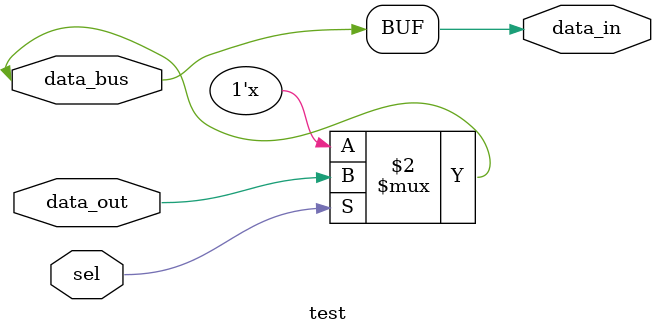
<source format=sv>
module test(
    input wire sel,
    input wire data_out,
    inout wire data_bus,
    output wire data_in
);

assign data_in = data_bus;
assign data_bus = (sel == 1'b1)?data_out:1'bz;
endmodule
</source>
